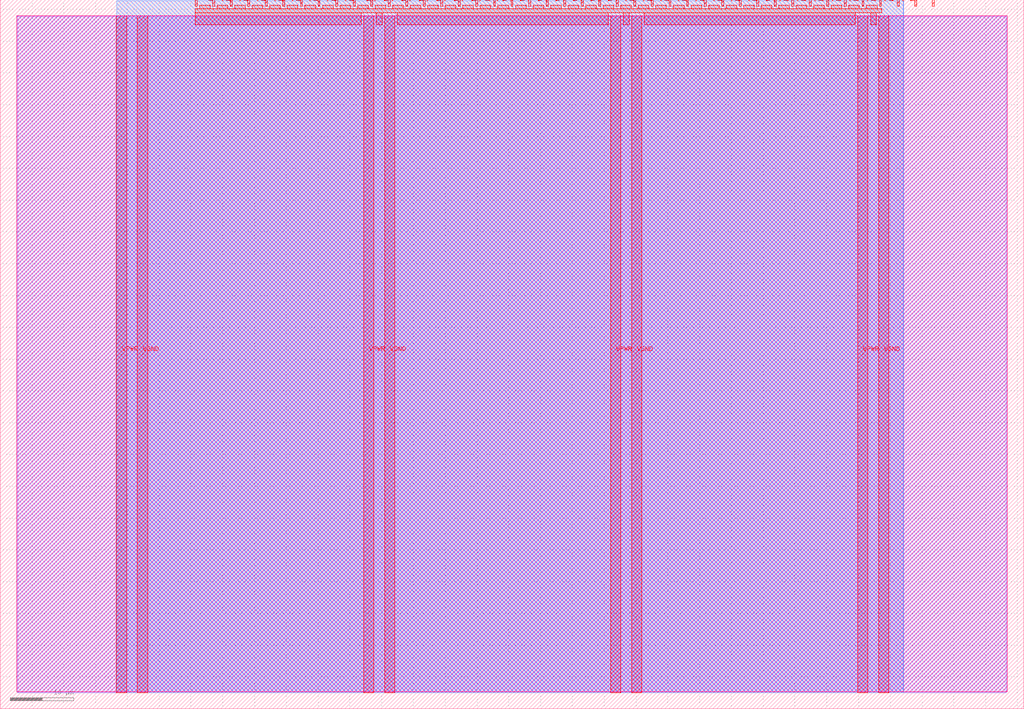
<source format=lef>
VERSION 5.7 ;
  NOWIREEXTENSIONATPIN ON ;
  DIVIDERCHAR "/" ;
  BUSBITCHARS "[]" ;
MACRO tt_um_wokwi_424257313489108993
  CLASS BLOCK ;
  FOREIGN tt_um_wokwi_424257313489108993 ;
  ORIGIN 0.000 0.000 ;
  SIZE 161.000 BY 111.520 ;
  PIN VGND
    DIRECTION INOUT ;
    USE GROUND ;
    PORT
      LAYER met4 ;
        RECT 21.580 2.480 23.180 109.040 ;
    END
    PORT
      LAYER met4 ;
        RECT 60.450 2.480 62.050 109.040 ;
    END
    PORT
      LAYER met4 ;
        RECT 99.320 2.480 100.920 109.040 ;
    END
    PORT
      LAYER met4 ;
        RECT 138.190 2.480 139.790 109.040 ;
    END
  END VGND
  PIN VPWR
    DIRECTION INOUT ;
    USE POWER ;
    PORT
      LAYER met4 ;
        RECT 18.280 2.480 19.880 109.040 ;
    END
    PORT
      LAYER met4 ;
        RECT 57.150 2.480 58.750 109.040 ;
    END
    PORT
      LAYER met4 ;
        RECT 96.020 2.480 97.620 109.040 ;
    END
    PORT
      LAYER met4 ;
        RECT 134.890 2.480 136.490 109.040 ;
    END
  END VPWR
  PIN clk
    DIRECTION INPUT ;
    USE SIGNAL ;
    PORT
      LAYER met4 ;
        RECT 143.830 110.520 144.130 111.520 ;
    END
  END clk
  PIN ena
    DIRECTION INPUT ;
    USE SIGNAL ;
    PORT
      LAYER met4 ;
        RECT 146.590 110.520 146.890 111.520 ;
    END
  END ena
  PIN rst_n
    DIRECTION INPUT ;
    USE SIGNAL ;
    PORT
      LAYER met4 ;
        RECT 141.070 110.520 141.370 111.520 ;
    END
  END rst_n
  PIN ui_in[0]
    DIRECTION INPUT ;
    USE SIGNAL ;
    ANTENNAGATEAREA 0.196500 ;
    PORT
      LAYER met4 ;
        RECT 138.310 110.520 138.610 111.520 ;
    END
  END ui_in[0]
  PIN ui_in[1]
    DIRECTION INPUT ;
    USE SIGNAL ;
    ANTENNAGATEAREA 0.196500 ;
    PORT
      LAYER met4 ;
        RECT 135.550 110.520 135.850 111.520 ;
    END
  END ui_in[1]
  PIN ui_in[2]
    DIRECTION INPUT ;
    USE SIGNAL ;
    ANTENNAGATEAREA 0.196500 ;
    PORT
      LAYER met4 ;
        RECT 132.790 110.520 133.090 111.520 ;
    END
  END ui_in[2]
  PIN ui_in[3]
    DIRECTION INPUT ;
    USE SIGNAL ;
    PORT
      LAYER met4 ;
        RECT 130.030 110.520 130.330 111.520 ;
    END
  END ui_in[3]
  PIN ui_in[4]
    DIRECTION INPUT ;
    USE SIGNAL ;
    PORT
      LAYER met4 ;
        RECT 127.270 110.520 127.570 111.520 ;
    END
  END ui_in[4]
  PIN ui_in[5]
    DIRECTION INPUT ;
    USE SIGNAL ;
    PORT
      LAYER met4 ;
        RECT 124.510 110.520 124.810 111.520 ;
    END
  END ui_in[5]
  PIN ui_in[6]
    DIRECTION INPUT ;
    USE SIGNAL ;
    PORT
      LAYER met4 ;
        RECT 121.750 110.520 122.050 111.520 ;
    END
  END ui_in[6]
  PIN ui_in[7]
    DIRECTION INPUT ;
    USE SIGNAL ;
    PORT
      LAYER met4 ;
        RECT 118.990 110.520 119.290 111.520 ;
    END
  END ui_in[7]
  PIN uio_in[0]
    DIRECTION INPUT ;
    USE SIGNAL ;
    PORT
      LAYER met4 ;
        RECT 116.230 110.520 116.530 111.520 ;
    END
  END uio_in[0]
  PIN uio_in[1]
    DIRECTION INPUT ;
    USE SIGNAL ;
    PORT
      LAYER met4 ;
        RECT 113.470 110.520 113.770 111.520 ;
    END
  END uio_in[1]
  PIN uio_in[2]
    DIRECTION INPUT ;
    USE SIGNAL ;
    PORT
      LAYER met4 ;
        RECT 110.710 110.520 111.010 111.520 ;
    END
  END uio_in[2]
  PIN uio_in[3]
    DIRECTION INPUT ;
    USE SIGNAL ;
    PORT
      LAYER met4 ;
        RECT 107.950 110.520 108.250 111.520 ;
    END
  END uio_in[3]
  PIN uio_in[4]
    DIRECTION INPUT ;
    USE SIGNAL ;
    PORT
      LAYER met4 ;
        RECT 105.190 110.520 105.490 111.520 ;
    END
  END uio_in[4]
  PIN uio_in[5]
    DIRECTION INPUT ;
    USE SIGNAL ;
    PORT
      LAYER met4 ;
        RECT 102.430 110.520 102.730 111.520 ;
    END
  END uio_in[5]
  PIN uio_in[6]
    DIRECTION INPUT ;
    USE SIGNAL ;
    PORT
      LAYER met4 ;
        RECT 99.670 110.520 99.970 111.520 ;
    END
  END uio_in[6]
  PIN uio_in[7]
    DIRECTION INPUT ;
    USE SIGNAL ;
    PORT
      LAYER met4 ;
        RECT 96.910 110.520 97.210 111.520 ;
    END
  END uio_in[7]
  PIN uio_oe[0]
    DIRECTION OUTPUT ;
    USE SIGNAL ;
    PORT
      LAYER met4 ;
        RECT 49.990 110.520 50.290 111.520 ;
    END
  END uio_oe[0]
  PIN uio_oe[1]
    DIRECTION OUTPUT ;
    USE SIGNAL ;
    PORT
      LAYER met4 ;
        RECT 47.230 110.520 47.530 111.520 ;
    END
  END uio_oe[1]
  PIN uio_oe[2]
    DIRECTION OUTPUT ;
    USE SIGNAL ;
    PORT
      LAYER met4 ;
        RECT 44.470 110.520 44.770 111.520 ;
    END
  END uio_oe[2]
  PIN uio_oe[3]
    DIRECTION OUTPUT ;
    USE SIGNAL ;
    PORT
      LAYER met4 ;
        RECT 41.710 110.520 42.010 111.520 ;
    END
  END uio_oe[3]
  PIN uio_oe[4]
    DIRECTION OUTPUT ;
    USE SIGNAL ;
    PORT
      LAYER met4 ;
        RECT 38.950 110.520 39.250 111.520 ;
    END
  END uio_oe[4]
  PIN uio_oe[5]
    DIRECTION OUTPUT ;
    USE SIGNAL ;
    PORT
      LAYER met4 ;
        RECT 36.190 110.520 36.490 111.520 ;
    END
  END uio_oe[5]
  PIN uio_oe[6]
    DIRECTION OUTPUT ;
    USE SIGNAL ;
    PORT
      LAYER met4 ;
        RECT 33.430 110.520 33.730 111.520 ;
    END
  END uio_oe[6]
  PIN uio_oe[7]
    DIRECTION OUTPUT ;
    USE SIGNAL ;
    PORT
      LAYER met4 ;
        RECT 30.670 110.520 30.970 111.520 ;
    END
  END uio_oe[7]
  PIN uio_out[0]
    DIRECTION OUTPUT ;
    USE SIGNAL ;
    PORT
      LAYER met4 ;
        RECT 72.070 110.520 72.370 111.520 ;
    END
  END uio_out[0]
  PIN uio_out[1]
    DIRECTION OUTPUT ;
    USE SIGNAL ;
    PORT
      LAYER met4 ;
        RECT 69.310 110.520 69.610 111.520 ;
    END
  END uio_out[1]
  PIN uio_out[2]
    DIRECTION OUTPUT ;
    USE SIGNAL ;
    PORT
      LAYER met4 ;
        RECT 66.550 110.520 66.850 111.520 ;
    END
  END uio_out[2]
  PIN uio_out[3]
    DIRECTION OUTPUT ;
    USE SIGNAL ;
    PORT
      LAYER met4 ;
        RECT 63.790 110.520 64.090 111.520 ;
    END
  END uio_out[3]
  PIN uio_out[4]
    DIRECTION OUTPUT ;
    USE SIGNAL ;
    PORT
      LAYER met4 ;
        RECT 61.030 110.520 61.330 111.520 ;
    END
  END uio_out[4]
  PIN uio_out[5]
    DIRECTION OUTPUT ;
    USE SIGNAL ;
    PORT
      LAYER met4 ;
        RECT 58.270 110.520 58.570 111.520 ;
    END
  END uio_out[5]
  PIN uio_out[6]
    DIRECTION OUTPUT ;
    USE SIGNAL ;
    PORT
      LAYER met4 ;
        RECT 55.510 110.520 55.810 111.520 ;
    END
  END uio_out[6]
  PIN uio_out[7]
    DIRECTION OUTPUT ;
    USE SIGNAL ;
    PORT
      LAYER met4 ;
        RECT 52.750 110.520 53.050 111.520 ;
    END
  END uio_out[7]
  PIN uo_out[0]
    DIRECTION OUTPUT ;
    USE SIGNAL ;
    ANTENNADIFFAREA 0.795200 ;
    PORT
      LAYER met4 ;
        RECT 94.150 110.520 94.450 111.520 ;
    END
  END uo_out[0]
  PIN uo_out[1]
    DIRECTION OUTPUT ;
    USE SIGNAL ;
    PORT
      LAYER met4 ;
        RECT 91.390 110.520 91.690 111.520 ;
    END
  END uo_out[1]
  PIN uo_out[2]
    DIRECTION OUTPUT ;
    USE SIGNAL ;
    PORT
      LAYER met4 ;
        RECT 88.630 110.520 88.930 111.520 ;
    END
  END uo_out[2]
  PIN uo_out[3]
    DIRECTION OUTPUT ;
    USE SIGNAL ;
    PORT
      LAYER met4 ;
        RECT 85.870 110.520 86.170 111.520 ;
    END
  END uo_out[3]
  PIN uo_out[4]
    DIRECTION OUTPUT ;
    USE SIGNAL ;
    PORT
      LAYER met4 ;
        RECT 83.110 110.520 83.410 111.520 ;
    END
  END uo_out[4]
  PIN uo_out[5]
    DIRECTION OUTPUT ;
    USE SIGNAL ;
    PORT
      LAYER met4 ;
        RECT 80.350 110.520 80.650 111.520 ;
    END
  END uo_out[5]
  PIN uo_out[6]
    DIRECTION OUTPUT ;
    USE SIGNAL ;
    PORT
      LAYER met4 ;
        RECT 77.590 110.520 77.890 111.520 ;
    END
  END uo_out[6]
  PIN uo_out[7]
    DIRECTION OUTPUT ;
    USE SIGNAL ;
    PORT
      LAYER met4 ;
        RECT 74.830 110.520 75.130 111.520 ;
    END
  END uo_out[7]
  OBS
      LAYER nwell ;
        RECT 2.570 2.635 158.430 108.990 ;
      LAYER li1 ;
        RECT 2.760 2.635 158.240 108.885 ;
      LAYER met1 ;
        RECT 2.760 2.480 158.240 109.040 ;
      LAYER met2 ;
        RECT 18.310 2.535 142.050 111.365 ;
      LAYER met3 ;
        RECT 18.290 2.555 142.075 111.345 ;
      LAYER met4 ;
        RECT 31.370 110.120 33.030 110.665 ;
        RECT 34.130 110.120 35.790 110.665 ;
        RECT 36.890 110.120 38.550 110.665 ;
        RECT 39.650 110.120 41.310 110.665 ;
        RECT 42.410 110.120 44.070 110.665 ;
        RECT 45.170 110.120 46.830 110.665 ;
        RECT 47.930 110.120 49.590 110.665 ;
        RECT 50.690 110.120 52.350 110.665 ;
        RECT 53.450 110.120 55.110 110.665 ;
        RECT 56.210 110.120 57.870 110.665 ;
        RECT 58.970 110.120 60.630 110.665 ;
        RECT 61.730 110.120 63.390 110.665 ;
        RECT 64.490 110.120 66.150 110.665 ;
        RECT 67.250 110.120 68.910 110.665 ;
        RECT 70.010 110.120 71.670 110.665 ;
        RECT 72.770 110.120 74.430 110.665 ;
        RECT 75.530 110.120 77.190 110.665 ;
        RECT 78.290 110.120 79.950 110.665 ;
        RECT 81.050 110.120 82.710 110.665 ;
        RECT 83.810 110.120 85.470 110.665 ;
        RECT 86.570 110.120 88.230 110.665 ;
        RECT 89.330 110.120 90.990 110.665 ;
        RECT 92.090 110.120 93.750 110.665 ;
        RECT 94.850 110.120 96.510 110.665 ;
        RECT 97.610 110.120 99.270 110.665 ;
        RECT 100.370 110.120 102.030 110.665 ;
        RECT 103.130 110.120 104.790 110.665 ;
        RECT 105.890 110.120 107.550 110.665 ;
        RECT 108.650 110.120 110.310 110.665 ;
        RECT 111.410 110.120 113.070 110.665 ;
        RECT 114.170 110.120 115.830 110.665 ;
        RECT 116.930 110.120 118.590 110.665 ;
        RECT 119.690 110.120 121.350 110.665 ;
        RECT 122.450 110.120 124.110 110.665 ;
        RECT 125.210 110.120 126.870 110.665 ;
        RECT 127.970 110.120 129.630 110.665 ;
        RECT 130.730 110.120 132.390 110.665 ;
        RECT 133.490 110.120 135.150 110.665 ;
        RECT 136.250 110.120 137.910 110.665 ;
        RECT 30.655 109.440 138.625 110.120 ;
        RECT 30.655 107.615 56.750 109.440 ;
        RECT 59.150 107.615 60.050 109.440 ;
        RECT 62.450 107.615 95.620 109.440 ;
        RECT 98.020 107.615 98.920 109.440 ;
        RECT 101.320 107.615 134.490 109.440 ;
        RECT 136.890 107.615 137.790 109.440 ;
  END
END tt_um_wokwi_424257313489108993
END LIBRARY


</source>
